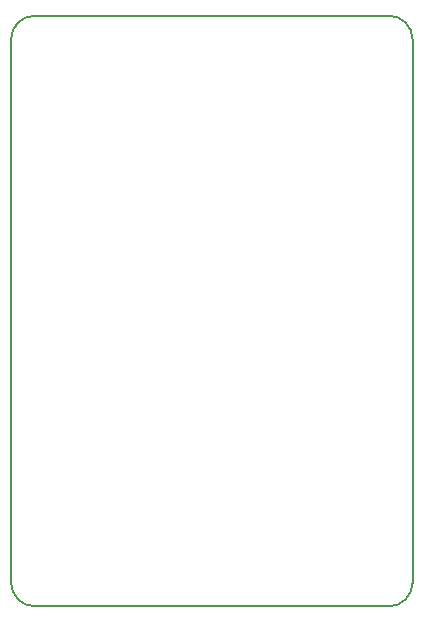
<source format=gbr>
%TF.GenerationSoftware,KiCad,Pcbnew,8.0.3*%
%TF.CreationDate,2024-07-18T10:32:46-07:00*%
%TF.ProjectId,USB_SPDTK2,5553425f-5350-4445-944b-322e6b696361,rev?*%
%TF.SameCoordinates,Original*%
%TF.FileFunction,Profile,NP*%
%FSLAX46Y46*%
G04 Gerber Fmt 4.6, Leading zero omitted, Abs format (unit mm)*
G04 Created by KiCad (PCBNEW 8.0.3) date 2024-07-18 10:32:46*
%MOMM*%
%LPD*%
G01*
G04 APERTURE LIST*
%TA.AperFunction,Profile*%
%ADD10C,0.160000*%
%TD*%
G04 APERTURE END LIST*
D10*
X107600000Y-111700000D02*
X107600000Y-65700000D01*
X109600000Y-113700000D02*
G75*
G02*
X107600000Y-111700000I0J2000000D01*
G01*
X139600000Y-113700000D02*
X109600000Y-113700000D01*
X139600000Y-63700000D02*
G75*
G02*
X141600000Y-65700000I0J-2000000D01*
G01*
X141600000Y-65700000D02*
X141600000Y-111700000D01*
X109600000Y-63700000D02*
X139600000Y-63700000D01*
X141600000Y-111700000D02*
G75*
G02*
X139600000Y-113700000I-2000000J0D01*
G01*
X107600000Y-65700000D02*
G75*
G02*
X109600000Y-63700000I2000000J0D01*
G01*
M02*

</source>
